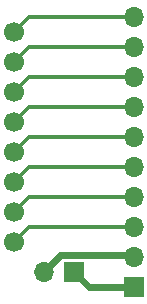
<source format=gbr>
%TF.GenerationSoftware,KiCad,Pcbnew,(5.1.10)-1*%
%TF.CreationDate,2021-10-05T20:05:55+09:00*%
%TF.ProjectId,mr8-gender-changer,6d72382d-6765-46e6-9465-722d6368616e,1*%
%TF.SameCoordinates,Original*%
%TF.FileFunction,Copper,L2,Bot*%
%TF.FilePolarity,Positive*%
%FSLAX46Y46*%
G04 Gerber Fmt 4.6, Leading zero omitted, Abs format (unit mm)*
G04 Created by KiCad (PCBNEW (5.1.10)-1) date 2021-10-05 20:05:55*
%MOMM*%
%LPD*%
G01*
G04 APERTURE LIST*
%TA.AperFunction,ComponentPad*%
%ADD10C,1.700000*%
%TD*%
%TA.AperFunction,ComponentPad*%
%ADD11O,1.700000X1.700000*%
%TD*%
%TA.AperFunction,ComponentPad*%
%ADD12R,1.700000X1.700000*%
%TD*%
%TA.AperFunction,Conductor*%
%ADD13C,0.300000*%
%TD*%
%TA.AperFunction,Conductor*%
%ADD14C,0.600000*%
%TD*%
G04 APERTURE END LIST*
D10*
%TO.P,J3,8*%
%TO.N,/PWM_H*%
X153670000Y-101870000D03*
%TO.P,J3,7*%
%TO.N,/PWM_G*%
X153670000Y-99330000D03*
%TO.P,J3,6*%
%TO.N,/PWM_F*%
X153670000Y-96790000D03*
%TO.P,J3,5*%
%TO.N,/PWM_E*%
X153670000Y-94250000D03*
%TO.P,J3,4*%
%TO.N,/PWM_D*%
X153670000Y-91710000D03*
%TO.P,J3,3*%
%TO.N,/PWM_C*%
X153670000Y-89170000D03*
%TO.P,J3,2*%
%TO.N,/PWM_B*%
X153670000Y-86630000D03*
%TO.P,J3,1*%
%TO.N,/PWM_A*%
X153670000Y-84090000D03*
%TD*%
D11*
%TO.P,J2,2*%
%TO.N,+V_VEH*%
X156210000Y-104410000D03*
D12*
%TO.P,J2,1*%
%TO.N,GND*%
X158750000Y-104410000D03*
%TD*%
D11*
%TO.P,J1,10*%
%TO.N,/PWM_A*%
X163830000Y-82820000D03*
%TO.P,J1,9*%
%TO.N,/PWM_B*%
X163830000Y-85360000D03*
%TO.P,J1,8*%
%TO.N,/PWM_C*%
X163830000Y-87900000D03*
%TO.P,J1,7*%
%TO.N,/PWM_D*%
X163830000Y-90440000D03*
%TO.P,J1,6*%
%TO.N,/PWM_E*%
X163830000Y-92980000D03*
%TO.P,J1,5*%
%TO.N,/PWM_F*%
X163830000Y-95520000D03*
%TO.P,J1,4*%
%TO.N,/PWM_G*%
X163830000Y-98060000D03*
%TO.P,J1,3*%
%TO.N,/PWM_H*%
X163830000Y-100600000D03*
%TO.P,J1,2*%
%TO.N,+V_VEH*%
X163830000Y-103140000D03*
D12*
%TO.P,J1,1*%
%TO.N,GND*%
X163830000Y-105680000D03*
%TD*%
D13*
%TO.N,/PWM_A*%
X154940000Y-82820000D02*
X153670000Y-84090000D01*
X163830000Y-82820000D02*
X154940000Y-82820000D01*
%TO.N,/PWM_B*%
X154940000Y-85360000D02*
X153670000Y-86630000D01*
X163830000Y-85360000D02*
X154940000Y-85360000D01*
%TO.N,/PWM_C*%
X154940000Y-87900000D02*
X153670000Y-89170000D01*
X163830000Y-87900000D02*
X154940000Y-87900000D01*
%TO.N,/PWM_D*%
X154940000Y-90440000D02*
X153670000Y-91710000D01*
X163830000Y-90440000D02*
X154940000Y-90440000D01*
%TO.N,/PWM_E*%
X154940000Y-92980000D02*
X153670000Y-94250000D01*
X163830000Y-92980000D02*
X154940000Y-92980000D01*
%TO.N,/PWM_F*%
X154940000Y-95520000D02*
X153670000Y-96790000D01*
X163830000Y-95520000D02*
X154940000Y-95520000D01*
%TO.N,/PWM_G*%
X154940000Y-98060000D02*
X153670000Y-99330000D01*
X163830000Y-98060000D02*
X154940000Y-98060000D01*
%TO.N,/PWM_H*%
X154940000Y-100600000D02*
X153670000Y-101870000D01*
X163830000Y-100600000D02*
X154940000Y-100600000D01*
D14*
%TO.N,+V_VEH*%
X163699999Y-103009999D02*
X163830000Y-103140000D01*
X157610001Y-103009999D02*
X163699999Y-103009999D01*
X156210000Y-104410000D02*
X157610001Y-103009999D01*
%TO.N,GND*%
X160020000Y-105680000D02*
X158750000Y-104410000D01*
X163830000Y-105680000D02*
X160020000Y-105680000D01*
%TD*%
M02*

</source>
